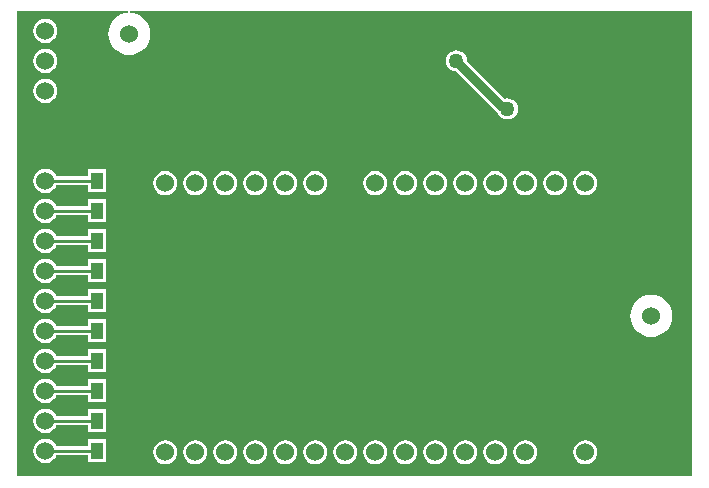
<source format=gbl>
G04*
G04 #@! TF.GenerationSoftware,Altium Limited,Altium Designer,20.0.14 (345)*
G04*
G04 Layer_Physical_Order=2*
G04 Layer_Color=16711680*
%FSLAX25Y25*%
%MOIN*%
G70*
G01*
G75*
%ADD10C,0.01000*%
%ADD13C,0.03000*%
%ADD14C,0.01500*%
%ADD16C,0.06000*%
%ADD17C,0.05000*%
%ADD18R,0.03937X0.05709*%
G36*
X227500Y2500D02*
X2500D01*
Y157500D01*
X39632D01*
X39656Y157000D01*
X38628Y156899D01*
X37308Y156499D01*
X36092Y155849D01*
X35026Y154974D01*
X34152Y153908D01*
X33501Y152692D01*
X33101Y151372D01*
X32966Y150000D01*
X33101Y148628D01*
X33501Y147308D01*
X34152Y146092D01*
X35026Y145026D01*
X36092Y144151D01*
X37308Y143501D01*
X38628Y143101D01*
X40000Y142966D01*
X41372Y143101D01*
X42692Y143501D01*
X43908Y144151D01*
X44974Y145026D01*
X45849Y146092D01*
X46499Y147308D01*
X46899Y148628D01*
X47034Y150000D01*
X46899Y151372D01*
X46499Y152692D01*
X45849Y153908D01*
X44974Y154974D01*
X43908Y155849D01*
X42692Y156499D01*
X41372Y156899D01*
X40344Y157000D01*
X40369Y157500D01*
X227500D01*
Y2500D01*
D02*
G37*
%LPC*%
G36*
X12000Y155034D02*
X10956Y154897D01*
X9983Y154494D01*
X9147Y153853D01*
X8506Y153017D01*
X8103Y152044D01*
X7965Y151000D01*
X8103Y149956D01*
X8506Y148983D01*
X9147Y148147D01*
X9983Y147506D01*
X10956Y147103D01*
X12000Y146966D01*
X13044Y147103D01*
X14017Y147506D01*
X14853Y148147D01*
X15494Y148983D01*
X15897Y149956D01*
X16035Y151000D01*
X15897Y152044D01*
X15494Y153017D01*
X14853Y153853D01*
X14017Y154494D01*
X13044Y154897D01*
X12000Y155034D01*
D02*
G37*
G36*
Y145035D02*
X10956Y144897D01*
X9983Y144494D01*
X9147Y143853D01*
X8506Y143017D01*
X8103Y142044D01*
X7965Y141000D01*
X8103Y139956D01*
X8506Y138983D01*
X9147Y138147D01*
X9983Y137506D01*
X10956Y137103D01*
X12000Y136966D01*
X13044Y137103D01*
X14017Y137506D01*
X14853Y138147D01*
X15494Y138983D01*
X15897Y139956D01*
X16035Y141000D01*
X15897Y142044D01*
X15494Y143017D01*
X14853Y143853D01*
X14017Y144494D01*
X13044Y144897D01*
X12000Y145035D01*
D02*
G37*
G36*
Y135035D02*
X10956Y134897D01*
X9983Y134494D01*
X9147Y133853D01*
X8506Y133017D01*
X8103Y132044D01*
X7965Y131000D01*
X8103Y129956D01*
X8506Y128983D01*
X9147Y128147D01*
X9983Y127506D01*
X10956Y127103D01*
X12000Y126965D01*
X13044Y127103D01*
X14017Y127506D01*
X14853Y128147D01*
X15494Y128983D01*
X15897Y129956D01*
X16035Y131000D01*
X15897Y132044D01*
X15494Y133017D01*
X14853Y133853D01*
X14017Y134494D01*
X13044Y134897D01*
X12000Y135035D01*
D02*
G37*
G36*
X149000Y144530D02*
X148086Y144410D01*
X147235Y144057D01*
X146504Y143496D01*
X145943Y142765D01*
X145590Y141914D01*
X145470Y141000D01*
X145590Y140086D01*
X145943Y139235D01*
X146504Y138504D01*
X147235Y137943D01*
X148086Y137590D01*
X148914Y137481D01*
X162528Y123867D01*
X162739Y123726D01*
X162943Y123235D01*
X163504Y122504D01*
X164235Y121943D01*
X165086Y121590D01*
X166000Y121470D01*
X166914Y121590D01*
X167765Y121943D01*
X168496Y122504D01*
X169057Y123235D01*
X169410Y124086D01*
X169530Y125000D01*
X169410Y125914D01*
X169057Y126765D01*
X168496Y127496D01*
X167765Y128057D01*
X166914Y128410D01*
X166000Y128530D01*
X165182Y128422D01*
X152519Y141086D01*
X152410Y141914D01*
X152057Y142765D01*
X151496Y143496D01*
X150765Y144057D01*
X149914Y144410D01*
X149000Y144530D01*
D02*
G37*
G36*
X12000Y105034D02*
X10956Y104897D01*
X9983Y104494D01*
X9147Y103853D01*
X8506Y103017D01*
X8103Y102044D01*
X7965Y101000D01*
X8103Y99956D01*
X8506Y98983D01*
X9147Y98147D01*
X9983Y97506D01*
X10956Y97103D01*
X12000Y96965D01*
X13044Y97103D01*
X14017Y97506D01*
X14853Y98147D01*
X15494Y98983D01*
X15696Y99471D01*
X26291D01*
Y97146D01*
X32228D01*
Y104854D01*
X26291D01*
Y102529D01*
X15696D01*
X15494Y103017D01*
X14853Y103853D01*
X14017Y104494D01*
X13044Y104897D01*
X12000Y105034D01*
D02*
G37*
G36*
X192000Y104298D02*
X190956Y104161D01*
X189983Y103758D01*
X189147Y103117D01*
X188506Y102281D01*
X188103Y101308D01*
X187966Y100264D01*
X188103Y99220D01*
X188506Y98247D01*
X189147Y97411D01*
X189983Y96770D01*
X190956Y96367D01*
X192000Y96229D01*
X193044Y96367D01*
X194017Y96770D01*
X194853Y97411D01*
X195494Y98247D01*
X195897Y99220D01*
X196035Y100264D01*
X195897Y101308D01*
X195494Y102281D01*
X194853Y103117D01*
X194017Y103758D01*
X193044Y104161D01*
X192000Y104298D01*
D02*
G37*
G36*
X182000D02*
X180956Y104161D01*
X179983Y103758D01*
X179147Y103117D01*
X178506Y102281D01*
X178103Y101308D01*
X177965Y100264D01*
X178103Y99220D01*
X178506Y98247D01*
X179147Y97411D01*
X179983Y96770D01*
X180956Y96367D01*
X182000Y96229D01*
X183044Y96367D01*
X184017Y96770D01*
X184853Y97411D01*
X185494Y98247D01*
X185897Y99220D01*
X186035Y100264D01*
X185897Y101308D01*
X185494Y102281D01*
X184853Y103117D01*
X184017Y103758D01*
X183044Y104161D01*
X182000Y104298D01*
D02*
G37*
G36*
X172000D02*
X170956Y104161D01*
X169983Y103758D01*
X169147Y103117D01*
X168506Y102281D01*
X168103Y101308D01*
X167965Y100264D01*
X168103Y99220D01*
X168506Y98247D01*
X169147Y97411D01*
X169983Y96770D01*
X170956Y96367D01*
X172000Y96229D01*
X173044Y96367D01*
X174017Y96770D01*
X174853Y97411D01*
X175494Y98247D01*
X175897Y99220D01*
X176034Y100264D01*
X175897Y101308D01*
X175494Y102281D01*
X174853Y103117D01*
X174017Y103758D01*
X173044Y104161D01*
X172000Y104298D01*
D02*
G37*
G36*
X162000D02*
X160956Y104161D01*
X159983Y103758D01*
X159147Y103117D01*
X158506Y102281D01*
X158103Y101308D01*
X157966Y100264D01*
X158103Y99220D01*
X158506Y98247D01*
X159147Y97411D01*
X159983Y96770D01*
X160956Y96367D01*
X162000Y96229D01*
X163044Y96367D01*
X164017Y96770D01*
X164853Y97411D01*
X165494Y98247D01*
X165897Y99220D01*
X166034Y100264D01*
X165897Y101308D01*
X165494Y102281D01*
X164853Y103117D01*
X164017Y103758D01*
X163044Y104161D01*
X162000Y104298D01*
D02*
G37*
G36*
X152000D02*
X150956Y104161D01*
X149983Y103758D01*
X149147Y103117D01*
X148506Y102281D01*
X148103Y101308D01*
X147966Y100264D01*
X148103Y99220D01*
X148506Y98247D01*
X149147Y97411D01*
X149983Y96770D01*
X150956Y96367D01*
X152000Y96229D01*
X153044Y96367D01*
X154017Y96770D01*
X154853Y97411D01*
X155494Y98247D01*
X155897Y99220D01*
X156035Y100264D01*
X155897Y101308D01*
X155494Y102281D01*
X154853Y103117D01*
X154017Y103758D01*
X153044Y104161D01*
X152000Y104298D01*
D02*
G37*
G36*
X142000D02*
X140956Y104161D01*
X139983Y103758D01*
X139147Y103117D01*
X138506Y102281D01*
X138103Y101308D01*
X137966Y100264D01*
X138103Y99220D01*
X138506Y98247D01*
X139147Y97411D01*
X139983Y96770D01*
X140956Y96367D01*
X142000Y96229D01*
X143044Y96367D01*
X144017Y96770D01*
X144853Y97411D01*
X145494Y98247D01*
X145897Y99220D01*
X146035Y100264D01*
X145897Y101308D01*
X145494Y102281D01*
X144853Y103117D01*
X144017Y103758D01*
X143044Y104161D01*
X142000Y104298D01*
D02*
G37*
G36*
X132000D02*
X130956Y104161D01*
X129983Y103758D01*
X129147Y103117D01*
X128506Y102281D01*
X128103Y101308D01*
X127965Y100264D01*
X128103Y99220D01*
X128506Y98247D01*
X129147Y97411D01*
X129983Y96770D01*
X130956Y96367D01*
X132000Y96229D01*
X133044Y96367D01*
X134017Y96770D01*
X134853Y97411D01*
X135494Y98247D01*
X135897Y99220D01*
X136035Y100264D01*
X135897Y101308D01*
X135494Y102281D01*
X134853Y103117D01*
X134017Y103758D01*
X133044Y104161D01*
X132000Y104298D01*
D02*
G37*
G36*
X122000D02*
X120956Y104161D01*
X119983Y103758D01*
X119147Y103117D01*
X118506Y102281D01*
X118103Y101308D01*
X117965Y100264D01*
X118103Y99220D01*
X118506Y98247D01*
X119147Y97411D01*
X119983Y96770D01*
X120956Y96367D01*
X122000Y96229D01*
X123044Y96367D01*
X124017Y96770D01*
X124853Y97411D01*
X125494Y98247D01*
X125897Y99220D01*
X126034Y100264D01*
X125897Y101308D01*
X125494Y102281D01*
X124853Y103117D01*
X124017Y103758D01*
X123044Y104161D01*
X122000Y104298D01*
D02*
G37*
G36*
X102000D02*
X100956Y104161D01*
X99983Y103758D01*
X99147Y103117D01*
X98506Y102281D01*
X98103Y101308D01*
X97966Y100264D01*
X98103Y99220D01*
X98506Y98247D01*
X99147Y97411D01*
X99983Y96770D01*
X100956Y96367D01*
X102000Y96229D01*
X103044Y96367D01*
X104017Y96770D01*
X104853Y97411D01*
X105494Y98247D01*
X105897Y99220D01*
X106035Y100264D01*
X105897Y101308D01*
X105494Y102281D01*
X104853Y103117D01*
X104017Y103758D01*
X103044Y104161D01*
X102000Y104298D01*
D02*
G37*
G36*
X92000D02*
X90956Y104161D01*
X89983Y103758D01*
X89147Y103117D01*
X88506Y102281D01*
X88103Y101308D01*
X87966Y100264D01*
X88103Y99220D01*
X88506Y98247D01*
X89147Y97411D01*
X89983Y96770D01*
X90956Y96367D01*
X92000Y96229D01*
X93044Y96367D01*
X94017Y96770D01*
X94853Y97411D01*
X95494Y98247D01*
X95897Y99220D01*
X96034Y100264D01*
X95897Y101308D01*
X95494Y102281D01*
X94853Y103117D01*
X94017Y103758D01*
X93044Y104161D01*
X92000Y104298D01*
D02*
G37*
G36*
X82000D02*
X80956Y104161D01*
X79983Y103758D01*
X79147Y103117D01*
X78506Y102281D01*
X78103Y101308D01*
X77965Y100264D01*
X78103Y99220D01*
X78506Y98247D01*
X79147Y97411D01*
X79983Y96770D01*
X80956Y96367D01*
X82000Y96229D01*
X83044Y96367D01*
X84017Y96770D01*
X84853Y97411D01*
X85494Y98247D01*
X85897Y99220D01*
X86035Y100264D01*
X85897Y101308D01*
X85494Y102281D01*
X84853Y103117D01*
X84017Y103758D01*
X83044Y104161D01*
X82000Y104298D01*
D02*
G37*
G36*
X72000D02*
X70956Y104161D01*
X69983Y103758D01*
X69147Y103117D01*
X68506Y102281D01*
X68103Y101308D01*
X67966Y100264D01*
X68103Y99220D01*
X68506Y98247D01*
X69147Y97411D01*
X69983Y96770D01*
X70956Y96367D01*
X72000Y96229D01*
X73044Y96367D01*
X74017Y96770D01*
X74853Y97411D01*
X75494Y98247D01*
X75897Y99220D01*
X76034Y100264D01*
X75897Y101308D01*
X75494Y102281D01*
X74853Y103117D01*
X74017Y103758D01*
X73044Y104161D01*
X72000Y104298D01*
D02*
G37*
G36*
X62000D02*
X60956Y104161D01*
X59983Y103758D01*
X59147Y103117D01*
X58506Y102281D01*
X58103Y101308D01*
X57965Y100264D01*
X58103Y99220D01*
X58506Y98247D01*
X59147Y97411D01*
X59983Y96770D01*
X60956Y96367D01*
X62000Y96229D01*
X63044Y96367D01*
X64017Y96770D01*
X64853Y97411D01*
X65494Y98247D01*
X65897Y99220D01*
X66035Y100264D01*
X65897Y101308D01*
X65494Y102281D01*
X64853Y103117D01*
X64017Y103758D01*
X63044Y104161D01*
X62000Y104298D01*
D02*
G37*
G36*
X52000D02*
X50956Y104161D01*
X49983Y103758D01*
X49147Y103117D01*
X48506Y102281D01*
X48103Y101308D01*
X47965Y100264D01*
X48103Y99220D01*
X48506Y98247D01*
X49147Y97411D01*
X49983Y96770D01*
X50956Y96367D01*
X52000Y96229D01*
X53044Y96367D01*
X54017Y96770D01*
X54853Y97411D01*
X55494Y98247D01*
X55897Y99220D01*
X56034Y100264D01*
X55897Y101308D01*
X55494Y102281D01*
X54853Y103117D01*
X54017Y103758D01*
X53044Y104161D01*
X52000Y104298D01*
D02*
G37*
G36*
X12000Y95034D02*
X10956Y94897D01*
X9983Y94494D01*
X9147Y93853D01*
X8506Y93017D01*
X8103Y92044D01*
X7965Y91000D01*
X8103Y89956D01*
X8506Y88983D01*
X9147Y88147D01*
X9983Y87506D01*
X10956Y87103D01*
X12000Y86966D01*
X13044Y87103D01*
X14017Y87506D01*
X14853Y88147D01*
X15494Y88983D01*
X15696Y89471D01*
X26291D01*
Y87146D01*
X32228D01*
Y94854D01*
X26291D01*
Y92529D01*
X15696D01*
X15494Y93017D01*
X14853Y93853D01*
X14017Y94494D01*
X13044Y94897D01*
X12000Y95034D01*
D02*
G37*
G36*
Y85035D02*
X10956Y84897D01*
X9983Y84494D01*
X9147Y83853D01*
X8506Y83017D01*
X8103Y82044D01*
X7965Y81000D01*
X8103Y79956D01*
X8506Y78983D01*
X9147Y78147D01*
X9983Y77506D01*
X10956Y77103D01*
X12000Y76965D01*
X13044Y77103D01*
X14017Y77506D01*
X14853Y78147D01*
X15494Y78983D01*
X15696Y79471D01*
X26291D01*
Y77146D01*
X32228D01*
Y84854D01*
X26291D01*
Y82529D01*
X15696D01*
X15494Y83017D01*
X14853Y83853D01*
X14017Y84494D01*
X13044Y84897D01*
X12000Y85035D01*
D02*
G37*
G36*
Y75034D02*
X10956Y74897D01*
X9983Y74494D01*
X9147Y73853D01*
X8506Y73017D01*
X8103Y72044D01*
X7965Y71000D01*
X8103Y69956D01*
X8506Y68983D01*
X9147Y68147D01*
X9983Y67506D01*
X10956Y67103D01*
X12000Y66966D01*
X13044Y67103D01*
X14017Y67506D01*
X14853Y68147D01*
X15494Y68983D01*
X15696Y69471D01*
X26291D01*
Y67146D01*
X32228D01*
Y74854D01*
X26291D01*
Y72529D01*
X15696D01*
X15494Y73017D01*
X14853Y73853D01*
X14017Y74494D01*
X13044Y74897D01*
X12000Y75034D01*
D02*
G37*
G36*
Y65035D02*
X10956Y64897D01*
X9983Y64494D01*
X9147Y63853D01*
X8506Y63017D01*
X8103Y62044D01*
X7965Y61000D01*
X8103Y59956D01*
X8506Y58983D01*
X9147Y58147D01*
X9983Y57506D01*
X10956Y57103D01*
X12000Y56966D01*
X13044Y57103D01*
X14017Y57506D01*
X14853Y58147D01*
X15494Y58983D01*
X15696Y59471D01*
X26291D01*
Y57146D01*
X32228D01*
Y64854D01*
X26291D01*
Y62529D01*
X15696D01*
X15494Y63017D01*
X14853Y63853D01*
X14017Y64494D01*
X13044Y64897D01*
X12000Y65035D01*
D02*
G37*
G36*
X214000Y63034D02*
X212628Y62899D01*
X211308Y62498D01*
X210092Y61848D01*
X209026Y60974D01*
X208152Y59908D01*
X207502Y58692D01*
X207101Y57372D01*
X206966Y56000D01*
X207101Y54628D01*
X207502Y53308D01*
X208152Y52092D01*
X209026Y51026D01*
X210092Y50151D01*
X211308Y49501D01*
X212628Y49101D01*
X214000Y48966D01*
X215372Y49101D01*
X216692Y49501D01*
X217908Y50151D01*
X218974Y51026D01*
X219848Y52092D01*
X220498Y53308D01*
X220899Y54628D01*
X221034Y56000D01*
X220899Y57372D01*
X220498Y58692D01*
X219848Y59908D01*
X218974Y60974D01*
X217908Y61848D01*
X216692Y62498D01*
X215372Y62899D01*
X214000Y63034D01*
D02*
G37*
G36*
X12000Y55035D02*
X10956Y54897D01*
X9983Y54494D01*
X9147Y53853D01*
X8506Y53017D01*
X8103Y52044D01*
X7965Y51000D01*
X8103Y49956D01*
X8506Y48983D01*
X9147Y48147D01*
X9983Y47506D01*
X10956Y47103D01*
X12000Y46966D01*
X13044Y47103D01*
X14017Y47506D01*
X14853Y48147D01*
X15494Y48983D01*
X15696Y49471D01*
X26291D01*
Y47146D01*
X32228D01*
Y54854D01*
X26291D01*
Y52529D01*
X15696D01*
X15494Y53017D01*
X14853Y53853D01*
X14017Y54494D01*
X13044Y54897D01*
X12000Y55035D01*
D02*
G37*
G36*
Y45035D02*
X10956Y44897D01*
X9983Y44494D01*
X9147Y43853D01*
X8506Y43017D01*
X8103Y42044D01*
X7965Y41000D01*
X8103Y39956D01*
X8506Y38983D01*
X9147Y38147D01*
X9983Y37506D01*
X10956Y37103D01*
X12000Y36966D01*
X13044Y37103D01*
X14017Y37506D01*
X14853Y38147D01*
X15494Y38983D01*
X15696Y39471D01*
X26291D01*
Y37146D01*
X32228D01*
Y44854D01*
X26291D01*
Y42529D01*
X15696D01*
X15494Y43017D01*
X14853Y43853D01*
X14017Y44494D01*
X13044Y44897D01*
X12000Y45035D01*
D02*
G37*
G36*
Y35034D02*
X10956Y34897D01*
X9983Y34494D01*
X9147Y33853D01*
X8506Y33017D01*
X8103Y32044D01*
X7965Y31000D01*
X8103Y29956D01*
X8506Y28983D01*
X9147Y28147D01*
X9983Y27506D01*
X10956Y27103D01*
X12000Y26965D01*
X13044Y27103D01*
X14017Y27506D01*
X14853Y28147D01*
X15494Y28983D01*
X15696Y29471D01*
X26291D01*
Y27146D01*
X32228D01*
Y34854D01*
X26291D01*
Y32529D01*
X15696D01*
X15494Y33017D01*
X14853Y33853D01*
X14017Y34494D01*
X13044Y34897D01*
X12000Y35034D01*
D02*
G37*
G36*
Y25034D02*
X10956Y24897D01*
X9983Y24494D01*
X9147Y23853D01*
X8506Y23017D01*
X8103Y22044D01*
X7965Y21000D01*
X8103Y19956D01*
X8506Y18983D01*
X9147Y18147D01*
X9983Y17506D01*
X10956Y17103D01*
X12000Y16965D01*
X13044Y17103D01*
X14017Y17506D01*
X14853Y18147D01*
X15494Y18983D01*
X15696Y19471D01*
X26291D01*
Y17146D01*
X32228D01*
Y24854D01*
X26291D01*
Y22529D01*
X15696D01*
X15494Y23017D01*
X14853Y23853D01*
X14017Y24494D01*
X13044Y24897D01*
X12000Y25034D01*
D02*
G37*
G36*
Y15034D02*
X10956Y14897D01*
X9983Y14494D01*
X9147Y13853D01*
X8506Y13017D01*
X8103Y12044D01*
X7965Y11000D01*
X8103Y9956D01*
X8506Y8983D01*
X9147Y8147D01*
X9983Y7506D01*
X10956Y7103D01*
X12000Y6966D01*
X13044Y7103D01*
X14017Y7506D01*
X14853Y8147D01*
X15494Y8983D01*
X15696Y9471D01*
X26291D01*
Y7146D01*
X32228D01*
Y14854D01*
X26291D01*
Y12529D01*
X15696D01*
X15494Y13017D01*
X14853Y13853D01*
X14017Y14494D01*
X13044Y14897D01*
X12000Y15034D01*
D02*
G37*
G36*
X192000Y14535D02*
X190956Y14397D01*
X189983Y13994D01*
X189147Y13353D01*
X188506Y12517D01*
X188103Y11544D01*
X187966Y10500D01*
X188103Y9456D01*
X188506Y8483D01*
X189147Y7647D01*
X189983Y7006D01*
X190956Y6603D01*
X192000Y6465D01*
X193044Y6603D01*
X194017Y7006D01*
X194853Y7647D01*
X195494Y8483D01*
X195897Y9456D01*
X196035Y10500D01*
X195897Y11544D01*
X195494Y12517D01*
X194853Y13353D01*
X194017Y13994D01*
X193044Y14397D01*
X192000Y14535D01*
D02*
G37*
G36*
X172000D02*
X170956Y14397D01*
X169983Y13994D01*
X169147Y13353D01*
X168506Y12517D01*
X168103Y11544D01*
X167965Y10500D01*
X168103Y9456D01*
X168506Y8483D01*
X169147Y7647D01*
X169983Y7006D01*
X170956Y6603D01*
X172000Y6465D01*
X173044Y6603D01*
X174017Y7006D01*
X174853Y7647D01*
X175494Y8483D01*
X175897Y9456D01*
X176034Y10500D01*
X175897Y11544D01*
X175494Y12517D01*
X174853Y13353D01*
X174017Y13994D01*
X173044Y14397D01*
X172000Y14535D01*
D02*
G37*
G36*
X162000D02*
X160956Y14397D01*
X159983Y13994D01*
X159147Y13353D01*
X158506Y12517D01*
X158103Y11544D01*
X157966Y10500D01*
X158103Y9456D01*
X158506Y8483D01*
X159147Y7647D01*
X159983Y7006D01*
X160956Y6603D01*
X162000Y6465D01*
X163044Y6603D01*
X164017Y7006D01*
X164853Y7647D01*
X165494Y8483D01*
X165897Y9456D01*
X166034Y10500D01*
X165897Y11544D01*
X165494Y12517D01*
X164853Y13353D01*
X164017Y13994D01*
X163044Y14397D01*
X162000Y14535D01*
D02*
G37*
G36*
X152000D02*
X150956Y14397D01*
X149983Y13994D01*
X149147Y13353D01*
X148506Y12517D01*
X148103Y11544D01*
X147966Y10500D01*
X148103Y9456D01*
X148506Y8483D01*
X149147Y7647D01*
X149983Y7006D01*
X150956Y6603D01*
X152000Y6465D01*
X153044Y6603D01*
X154017Y7006D01*
X154853Y7647D01*
X155494Y8483D01*
X155897Y9456D01*
X156035Y10500D01*
X155897Y11544D01*
X155494Y12517D01*
X154853Y13353D01*
X154017Y13994D01*
X153044Y14397D01*
X152000Y14535D01*
D02*
G37*
G36*
X142000D02*
X140956Y14397D01*
X139983Y13994D01*
X139147Y13353D01*
X138506Y12517D01*
X138103Y11544D01*
X137966Y10500D01*
X138103Y9456D01*
X138506Y8483D01*
X139147Y7647D01*
X139983Y7006D01*
X140956Y6603D01*
X142000Y6465D01*
X143044Y6603D01*
X144017Y7006D01*
X144853Y7647D01*
X145494Y8483D01*
X145897Y9456D01*
X146035Y10500D01*
X145897Y11544D01*
X145494Y12517D01*
X144853Y13353D01*
X144017Y13994D01*
X143044Y14397D01*
X142000Y14535D01*
D02*
G37*
G36*
X132000D02*
X130956Y14397D01*
X129983Y13994D01*
X129147Y13353D01*
X128506Y12517D01*
X128103Y11544D01*
X127965Y10500D01*
X128103Y9456D01*
X128506Y8483D01*
X129147Y7647D01*
X129983Y7006D01*
X130956Y6603D01*
X132000Y6465D01*
X133044Y6603D01*
X134017Y7006D01*
X134853Y7647D01*
X135494Y8483D01*
X135897Y9456D01*
X136035Y10500D01*
X135897Y11544D01*
X135494Y12517D01*
X134853Y13353D01*
X134017Y13994D01*
X133044Y14397D01*
X132000Y14535D01*
D02*
G37*
G36*
X122000D02*
X120956Y14397D01*
X119983Y13994D01*
X119147Y13353D01*
X118506Y12517D01*
X118103Y11544D01*
X117965Y10500D01*
X118103Y9456D01*
X118506Y8483D01*
X119147Y7647D01*
X119983Y7006D01*
X120956Y6603D01*
X122000Y6465D01*
X123044Y6603D01*
X124017Y7006D01*
X124853Y7647D01*
X125494Y8483D01*
X125897Y9456D01*
X126034Y10500D01*
X125897Y11544D01*
X125494Y12517D01*
X124853Y13353D01*
X124017Y13994D01*
X123044Y14397D01*
X122000Y14535D01*
D02*
G37*
G36*
X112000D02*
X110956Y14397D01*
X109983Y13994D01*
X109147Y13353D01*
X108506Y12517D01*
X108103Y11544D01*
X107966Y10500D01*
X108103Y9456D01*
X108506Y8483D01*
X109147Y7647D01*
X109983Y7006D01*
X110956Y6603D01*
X112000Y6465D01*
X113044Y6603D01*
X114017Y7006D01*
X114853Y7647D01*
X115494Y8483D01*
X115897Y9456D01*
X116034Y10500D01*
X115897Y11544D01*
X115494Y12517D01*
X114853Y13353D01*
X114017Y13994D01*
X113044Y14397D01*
X112000Y14535D01*
D02*
G37*
G36*
X102000D02*
X100956Y14397D01*
X99983Y13994D01*
X99147Y13353D01*
X98506Y12517D01*
X98103Y11544D01*
X97966Y10500D01*
X98103Y9456D01*
X98506Y8483D01*
X99147Y7647D01*
X99983Y7006D01*
X100956Y6603D01*
X102000Y6465D01*
X103044Y6603D01*
X104017Y7006D01*
X104853Y7647D01*
X105494Y8483D01*
X105897Y9456D01*
X106035Y10500D01*
X105897Y11544D01*
X105494Y12517D01*
X104853Y13353D01*
X104017Y13994D01*
X103044Y14397D01*
X102000Y14535D01*
D02*
G37*
G36*
X92000D02*
X90956Y14397D01*
X89983Y13994D01*
X89147Y13353D01*
X88506Y12517D01*
X88103Y11544D01*
X87966Y10500D01*
X88103Y9456D01*
X88506Y8483D01*
X89147Y7647D01*
X89983Y7006D01*
X90956Y6603D01*
X92000Y6465D01*
X93044Y6603D01*
X94017Y7006D01*
X94853Y7647D01*
X95494Y8483D01*
X95897Y9456D01*
X96034Y10500D01*
X95897Y11544D01*
X95494Y12517D01*
X94853Y13353D01*
X94017Y13994D01*
X93044Y14397D01*
X92000Y14535D01*
D02*
G37*
G36*
X82000D02*
X80956Y14397D01*
X79983Y13994D01*
X79147Y13353D01*
X78506Y12517D01*
X78103Y11544D01*
X77965Y10500D01*
X78103Y9456D01*
X78506Y8483D01*
X79147Y7647D01*
X79983Y7006D01*
X80956Y6603D01*
X82000Y6465D01*
X83044Y6603D01*
X84017Y7006D01*
X84853Y7647D01*
X85494Y8483D01*
X85897Y9456D01*
X86035Y10500D01*
X85897Y11544D01*
X85494Y12517D01*
X84853Y13353D01*
X84017Y13994D01*
X83044Y14397D01*
X82000Y14535D01*
D02*
G37*
G36*
X72000D02*
X70956Y14397D01*
X69983Y13994D01*
X69147Y13353D01*
X68506Y12517D01*
X68103Y11544D01*
X67966Y10500D01*
X68103Y9456D01*
X68506Y8483D01*
X69147Y7647D01*
X69983Y7006D01*
X70956Y6603D01*
X72000Y6465D01*
X73044Y6603D01*
X74017Y7006D01*
X74853Y7647D01*
X75494Y8483D01*
X75897Y9456D01*
X76034Y10500D01*
X75897Y11544D01*
X75494Y12517D01*
X74853Y13353D01*
X74017Y13994D01*
X73044Y14397D01*
X72000Y14535D01*
D02*
G37*
G36*
X62000D02*
X60956Y14397D01*
X59983Y13994D01*
X59147Y13353D01*
X58506Y12517D01*
X58103Y11544D01*
X57965Y10500D01*
X58103Y9456D01*
X58506Y8483D01*
X59147Y7647D01*
X59983Y7006D01*
X60956Y6603D01*
X62000Y6465D01*
X63044Y6603D01*
X64017Y7006D01*
X64853Y7647D01*
X65494Y8483D01*
X65897Y9456D01*
X66035Y10500D01*
X65897Y11544D01*
X65494Y12517D01*
X64853Y13353D01*
X64017Y13994D01*
X63044Y14397D01*
X62000Y14535D01*
D02*
G37*
G36*
X52000D02*
X50956Y14397D01*
X49983Y13994D01*
X49147Y13353D01*
X48506Y12517D01*
X48103Y11544D01*
X47965Y10500D01*
X48103Y9456D01*
X48506Y8483D01*
X49147Y7647D01*
X49983Y7006D01*
X50956Y6603D01*
X52000Y6465D01*
X53044Y6603D01*
X54017Y7006D01*
X54853Y7647D01*
X55494Y8483D01*
X55897Y9456D01*
X56034Y10500D01*
X55897Y11544D01*
X55494Y12517D01*
X54853Y13353D01*
X54017Y13994D01*
X53044Y14397D01*
X52000Y14535D01*
D02*
G37*
%LPD*%
D10*
X12000Y11000D02*
X29260D01*
X12000Y21000D02*
X29260D01*
X12000Y31000D02*
X29260D01*
X12000Y41000D02*
X29260D01*
X12000Y51000D02*
X29260D01*
X12000Y61000D02*
X29260D01*
X12000Y71000D02*
X29260D01*
X12000Y81000D02*
X29260D01*
X12000Y91000D02*
X29260D01*
X12000Y101000D02*
X29260D01*
D13*
X149000Y141000D02*
X164330Y125670D01*
D14*
X149000Y141000D02*
X149000D01*
X164330Y125670D02*
X165330D01*
X166000Y125000D01*
D16*
X214000Y56000D02*
D03*
X40000Y150000D02*
D03*
X12000Y151000D02*
D03*
Y141000D02*
D03*
Y131000D02*
D03*
Y11000D02*
D03*
Y21000D02*
D03*
Y31000D02*
D03*
Y41000D02*
D03*
Y51000D02*
D03*
Y61000D02*
D03*
Y71000D02*
D03*
Y81000D02*
D03*
Y91000D02*
D03*
Y101000D02*
D03*
Y111000D02*
D03*
Y121000D02*
D03*
X52000Y10500D02*
D03*
X62000D02*
D03*
X72000D02*
D03*
X82000D02*
D03*
X92000D02*
D03*
X102000D02*
D03*
X112000D02*
D03*
X122000D02*
D03*
X132000D02*
D03*
X142000D02*
D03*
X152000D02*
D03*
X162000D02*
D03*
X172000D02*
D03*
X182000D02*
D03*
X192000D02*
D03*
Y100264D02*
D03*
X182000D02*
D03*
X172000D02*
D03*
X162000D02*
D03*
X152000D02*
D03*
X142000D02*
D03*
X132000D02*
D03*
X122000D02*
D03*
X111500D02*
D03*
X102000D02*
D03*
X92000D02*
D03*
X82000D02*
D03*
X72000D02*
D03*
X62000D02*
D03*
X52000D02*
D03*
D17*
X166000Y125000D02*
D03*
X149000Y141000D02*
D03*
D18*
X29260Y31000D02*
D03*
X36740D02*
D03*
X29260Y101000D02*
D03*
X36740D02*
D03*
X29260Y91000D02*
D03*
X36740D02*
D03*
X29260Y81000D02*
D03*
X36740D02*
D03*
X29260Y71000D02*
D03*
X36740D02*
D03*
X29260Y61000D02*
D03*
X36740D02*
D03*
X29260Y51000D02*
D03*
X36740D02*
D03*
X29260Y21000D02*
D03*
X36740D02*
D03*
X29260Y41000D02*
D03*
X36740D02*
D03*
X29260Y11000D02*
D03*
X36740D02*
D03*
M02*

</source>
